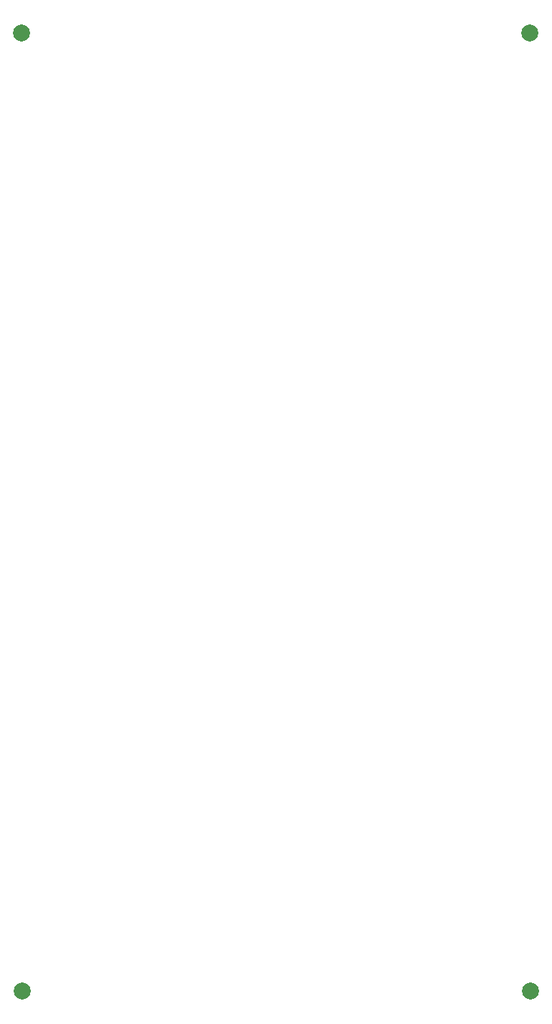
<source format=gbr>
%TF.GenerationSoftware,Altium Limited,Altium Designer,24.6.1 (21)*%
G04 Layer_Color=8388736*
%FSLAX45Y45*%
%MOMM*%
%TF.SameCoordinates,67D5D49C-F10C-4C33-88A2-04FC769B4017*%
%TF.FilePolarity,Negative*%
%TF.FileFunction,Soldermask,Top*%
%TF.Part,Single*%
G01*
G75*
%TA.AperFunction,ViaPad*%
%ADD20C,2.00320*%
D20*
X9426400Y389776D02*
D03*
X3420000Y390000D02*
D03*
X9421600Y11702000D02*
D03*
X3416371Y11699637D02*
D03*
%TF.MD5,af65a057dff5013f9fdbd9f5cc8219f4*%
M02*

</source>
